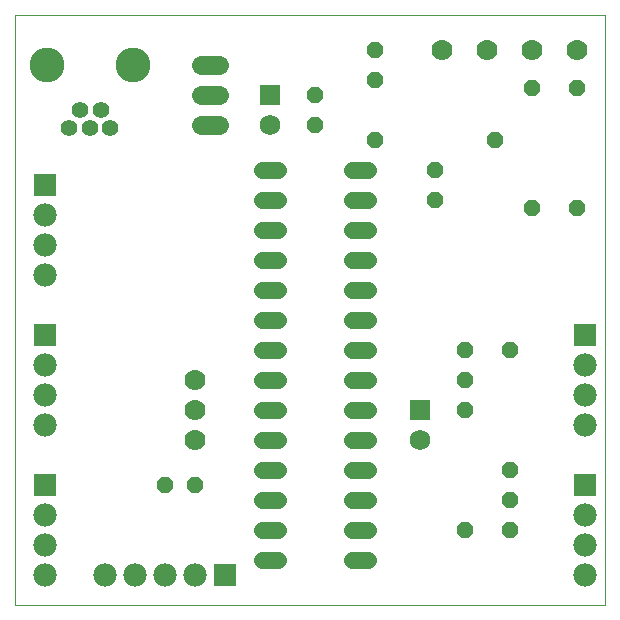
<source format=gts>
G75*
G70*
%OFA0B0*%
%FSLAX24Y24*%
%IPPOS*%
%LPD*%
%AMOC8*
5,1,8,0,0,1.08239X$1,22.5*
%
%ADD10C,0.0000*%
%ADD11C,0.0560*%
%ADD12OC8,0.0560*%
%ADD13C,0.0700*%
%ADD14R,0.0690X0.0690*%
%ADD15C,0.0690*%
%ADD16C,0.0640*%
%ADD17C,0.0555*%
%ADD18C,0.1162*%
%ADD19R,0.0780X0.0780*%
%ADD20C,0.0780*%
D10*
X000181Y000181D02*
X000181Y019866D01*
X019866Y019866D01*
X019866Y000181D01*
X000181Y000181D01*
D11*
X008421Y001681D02*
X008941Y001681D01*
X008941Y002681D02*
X008421Y002681D01*
X008421Y003681D02*
X008941Y003681D01*
X008941Y004681D02*
X008421Y004681D01*
X008421Y005681D02*
X008941Y005681D01*
X008941Y006681D02*
X008421Y006681D01*
X008421Y007681D02*
X008941Y007681D01*
X008941Y008681D02*
X008421Y008681D01*
X008421Y009681D02*
X008941Y009681D01*
X008941Y010681D02*
X008421Y010681D01*
X008421Y011681D02*
X008941Y011681D01*
X008941Y012681D02*
X008421Y012681D01*
X008421Y013681D02*
X008941Y013681D01*
X008941Y014681D02*
X008421Y014681D01*
X011421Y014681D02*
X011941Y014681D01*
X011941Y013681D02*
X011421Y013681D01*
X011421Y012681D02*
X011941Y012681D01*
X011941Y011681D02*
X011421Y011681D01*
X011421Y010681D02*
X011941Y010681D01*
X011941Y009681D02*
X011421Y009681D01*
X011421Y008681D02*
X011941Y008681D01*
X011941Y007681D02*
X011421Y007681D01*
X011421Y006681D02*
X011941Y006681D01*
X011941Y005681D02*
X011421Y005681D01*
X011421Y004681D02*
X011941Y004681D01*
X011941Y003681D02*
X011421Y003681D01*
X011421Y002681D02*
X011941Y002681D01*
X011941Y001681D02*
X011421Y001681D01*
D12*
X015181Y002681D03*
X016681Y002681D03*
X016681Y003681D03*
X016681Y004681D03*
X015181Y006681D03*
X015181Y007681D03*
X015181Y008681D03*
X016681Y008681D03*
X017431Y013431D03*
X018931Y013431D03*
X016181Y015681D03*
X017431Y017431D03*
X018931Y017431D03*
X014181Y014681D03*
X014181Y013681D03*
X012181Y015681D03*
X012181Y017681D03*
X012181Y018681D03*
X010181Y017181D03*
X010181Y016181D03*
X006181Y004181D03*
X005181Y004181D03*
D13*
X006181Y005681D03*
X006181Y006681D03*
X006181Y007681D03*
X014431Y018681D03*
X015931Y018681D03*
X017431Y018681D03*
X018931Y018681D03*
D14*
X008681Y017181D03*
X013681Y006681D03*
D15*
X013681Y005681D03*
X008681Y016181D03*
D16*
X006981Y016181D02*
X006381Y016181D01*
X006381Y017181D02*
X006981Y017181D01*
X006981Y018181D02*
X006381Y018181D01*
D17*
X003351Y016081D03*
X002681Y016081D03*
X002351Y016701D03*
X001981Y016081D03*
X003041Y016701D03*
D18*
X004118Y018181D03*
X001244Y018181D03*
D19*
X001181Y014181D03*
X001181Y009181D03*
X001181Y004181D03*
X007181Y001181D03*
X019181Y004181D03*
X019181Y009181D03*
D20*
X019181Y008181D03*
X019181Y007181D03*
X019181Y006181D03*
X019181Y003181D03*
X019181Y002181D03*
X019181Y001181D03*
X006181Y001181D03*
X005181Y001181D03*
X004181Y001181D03*
X003181Y001181D03*
X001181Y001181D03*
X001181Y002181D03*
X001181Y003181D03*
X001181Y006181D03*
X001181Y007181D03*
X001181Y008181D03*
X001181Y011181D03*
X001181Y012181D03*
X001181Y013181D03*
M02*

</source>
